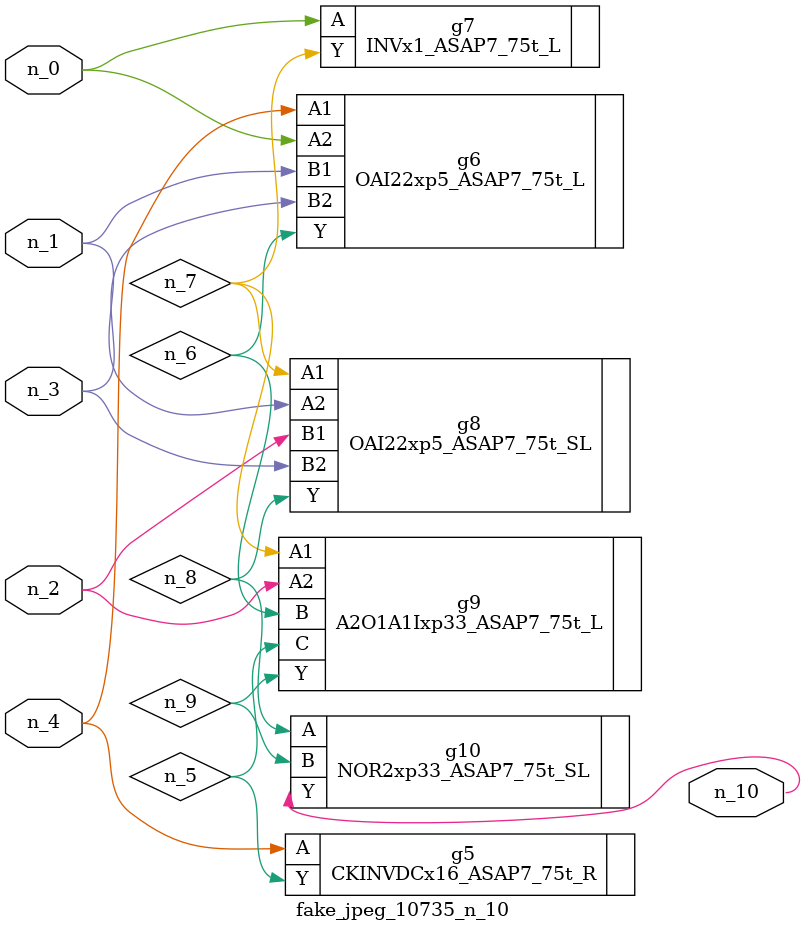
<source format=v>
module fake_jpeg_10735_n_10 (n_3, n_2, n_1, n_0, n_4, n_10);

input n_3;
input n_2;
input n_1;
input n_0;
input n_4;

output n_10;

wire n_8;
wire n_9;
wire n_6;
wire n_5;
wire n_7;

CKINVDCx16_ASAP7_75t_R g5 ( 
.A(n_4),
.Y(n_5)
);

OAI22xp5_ASAP7_75t_L g6 ( 
.A1(n_4),
.A2(n_0),
.B1(n_1),
.B2(n_3),
.Y(n_6)
);

INVx1_ASAP7_75t_L g7 ( 
.A(n_0),
.Y(n_7)
);

OAI22xp5_ASAP7_75t_SL g8 ( 
.A1(n_7),
.A2(n_1),
.B1(n_2),
.B2(n_3),
.Y(n_8)
);

NOR2xp33_ASAP7_75t_SL g10 ( 
.A(n_8),
.B(n_9),
.Y(n_10)
);

A2O1A1Ixp33_ASAP7_75t_L g9 ( 
.A1(n_7),
.A2(n_2),
.B(n_6),
.C(n_5),
.Y(n_9)
);


endmodule
</source>
